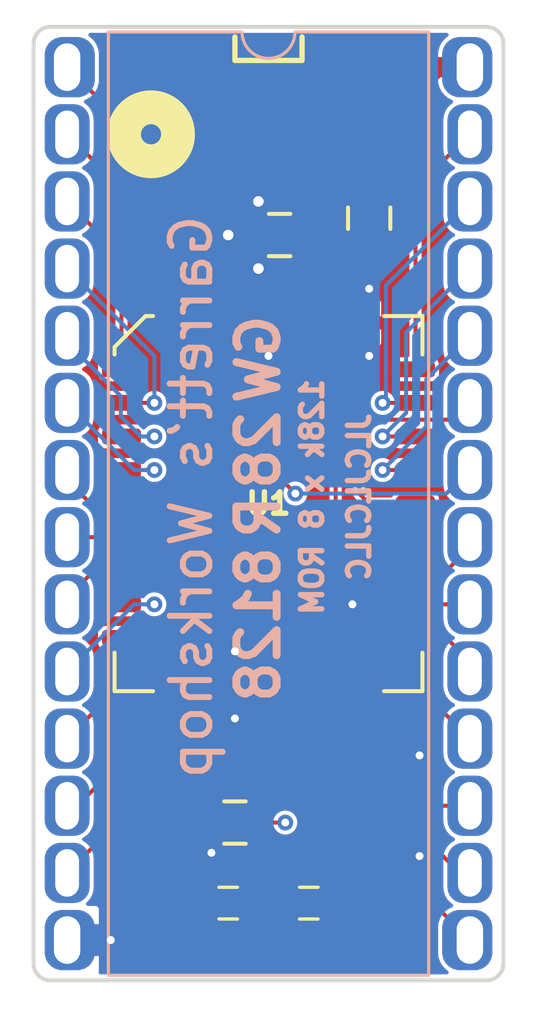
<source format=kicad_pcb>
(kicad_pcb (version 20211014) (generator pcbnew)
  (layers (0 "F.Cu" signal) (31 "B.Cu" signal) (34 "B.Paste" user) (35 "F.Paste" user) (36 "B.SilkS" user "B.Silkscreen") (37 "F.SilkS" user "F.Silkscreen") (38 "B.Mask" user) (39 "F.Mask" user) (44 "Edge.Cuts" user))
  (net 0 "")
  (net 1 "+5V")
  (net 2 "GND")
  (net 3 "/A4")
  (net 4 "/D7")
  (net 5 "/D6")
  (net 6 "/A8")
  (net 7 "/A7")
  (net 8 "/A6")
  (net 9 "/A5")
  (net 10 "/A3")
  (net 11 "/A2")
  (net 12 "/A1")
  (net 13 "/A0")
  (net 14 "/A9")
  (net 15 "/D1")
  (net 16 "/D5")
  (net 17 "/D0")
  (net 18 "/D2")
  (net 19 "/D3")
  (net 20 "/D4")
  (net 21 "/A10")
  (net 22 "/A11")
  (net 23 "/A12")
  (net 24 "/A13")
  (net 25 "/A14")
  (net 26 "/A15")
  (net 27 "/~{OE}")
  (net 28 "/A16")
  (net 29 "/~{CS}")
  (net 30 "/~{WE}")
  (footprint "stdpads:PLCC-32" (layer "F.Cu") (at 48.26 36.83)
    (fp_text reference "U1" (at 0 0) (layer "F.SilkS") (effects (font (size 0.8128 0.8128) (thickness 0.2032))))
    (fp_text value "39SF010")
    (fp_line (start -4.652782 -7.095) (end -5.825 -5.922782) (layer "F.SilkS") (width 0.1524))
    (fp_line (start -5.825 7.095) (end -5.825 5.64) (layer "F.SilkS") (width 0.1524))
    (fp_line (start 4.37 -7.095) (end 5.825 -7.095) (layer "F.SilkS") (width 0.1524))
    (fp_line (start -4.37 -7.095) (end -4.652782 -7.095) (layer "F.SilkS") (width 0.1524))
    (fp_line (start -5.825 -5.922782) (end -5.825 -5.64) (layer "F.SilkS") (width 0.1524))
    (fp_line (start -4.37 7.095) (end -5.825 7.095) (layer "F.SilkS") (width 0.1524))
    (fp_line (start 4.37 7.095) (end 5.825 7.095) (layer "F.SilkS") (width 0.1524))
    (fp_line (start 5.825 -7.095) (end 5.825 -5.64) (layer "F.SilkS") (width 0.1524))
    (fp_line (start 5.825 7.095) (end 5.825 5.64) (layer "F.SilkS") (width 0.1524))
    (pad "1" smd roundrect locked (at 0 -6.8375) (size 0.6 1.475) (layers "F.Cu" "F.Paste" "F.Mask") (net 2 "GND"))
    (pad "2" smd roundrect locked (at -1.27 -6.8375) (size 0.6 1.475) (layers "F.Cu" "F.Paste" "F.Mask") (net 28 "/A16"))
    (pad "3" smd roundrect locked (at -2.54 -6.8375) (size 0.6 1.475) (layers "F.Cu" "F.Paste" "F.Mask") (net 26 "/A15"))
    (pad "4" smd roundrect locked (at -3.81 -6.8375) (size 0.6 1.475) (layers "F.Cu" "F.Paste" "F.Mask") (net 23 "/A12"))
    (pad "5" smd roundrect locked (at -5.5625 -5.08) (size 1.475 0.6) (layers "F.Cu" "F.Paste" "F.Mask") (net 7 "/A7"))
    (pad "6" smd roundrect locked (at -5.5625 -3.81) (size 1.475 0.6) (layers "F.Cu" "F.Paste" "F.Mask") (net 8 "/A6"))
    (pad "7" smd roundrect locked (at -5.5625 -2.54) (size 1.475 0.6) (layers "F.Cu" "F.Paste" "F.Mask") (net 9 "/A5"))
    (pad "8" smd roundrect locked (at -5.5625 -1.27) (size 1.475 0.6) (layers "F.Cu" "F.Paste" "F.Mask") (net 3 "/A4"))
    (pad "9" smd roundrect locked (at -5.5625 0) (size 1.475 0.6) (layers "F.Cu" "F.Paste" "F.Mask") (net 10 "/A3"))
    (pad "10" smd roundrect locked (at -5.5625 1.27) (size 1.475 0.6) (layers "F.Cu" "F.Paste" "F.Mask") (net 11 "/A2"))
    (pad "11" smd roundrect locked (at -5.5625 2.54) (size 1.475 0.6) (layers "F.Cu" "F.Paste" "F.Mask") (net 12 "/A1"))
    (pad "12" smd roundrect locked (at -5.5625 3.81) (size 1.475 0.6) (layers "F.Cu" "F.Paste" "F.Mask") (net 13 "/A0"))
    (pad "13" smd roundrect locked (at -5.5625 5.08) (size 1.475 0.6) (layers "F.Cu" "F.Paste" "F.Mask") (net 17 "/D0"))
    (pad "14" smd roundrect locked (at -3.81 6.8375) (size 0.6 1.475) (layers "F.Cu" "F.Paste" "F.Mask") (net 15 "/D1"))
    (pad "15" smd roundrect locked (at -2.54 6.8375) (size 0.6 1.475) (layers "F.Cu" "F.Paste" "F.Mask") (net 18 "/D2"))
    (pad "16" smd roundrect locked (at -1.27 6.8375) (size 0.6 1.475) (layers "F.Cu" "F.Paste" "F.Mask") (net 2 "GND"))
    (pad "17" smd roundrect locked (at 0 6.8375) (size 0.6 1.475) (layers "F.Cu" "F.Paste" "F.Mask") (net 19 "/D3"))
    (pad "18" smd roundrect locked (at 1.27 6.8375) (size 0.6 1.475) (layers "F.Cu" "F.Paste" "F.Mask") (net 20 "/D4"))
    (pad "19" smd roundrect locked (at 2.54 6.8375) (size 0.6 1.475) (layers "F.Cu" "F.Paste" "F.Mask") (net 16 "/D5"))
    (pad "20" smd roundrect locked (at 3.81 6.8375) (size 0.6 1.475) (layers "F.Cu" "F.Paste" "F.Mask") (net 5 "/D6"))
    (pad "21" smd roundrect locked (at 5.5625 5.08) (size 1.475 0.6) (layers "F.Cu" "F.Paste" "F.Mask") (net 4 "/D7"))
    (pad "22" smd roundrect locked (at 5.5625 3.81) (size 1.475 0.6) (layers "F.Cu" "F.Paste" "F.Mask") (net 29 "/~{CS}"))
    (pad "23" smd roundrect locked (at 5.5625 2.54) (size 1.475 0.6) (layers "F.Cu" "F.Paste" "F.Mask") (net 21 "/A10"))
    (pad "24" smd roundrect locked (at 5.5625 1.27) (size 1.475 0.6) (layers "F.Cu" "F.Paste" "F.Mask") (net 27 "/~{OE}"))
    (pad "25" smd roundrect locked (at 5.5625 0) (size 1.475 0.6) (layers "F.Cu" "F.Paste" "F.Mask") (net 22 "/A11"))
    (pad "26" smd roundrect locked (at 5.5625 -1.27) (size 1.475 0.6) (layers "F.Cu" "F.Paste" "F.Mask") (net 14 "/A9"))
    (pad "27" smd roundrect locked (at 5.5625 -2.54) (size 1.475 0.6) (layers "F.Cu" "F.Paste" "F.Mask") (net 6 "/A8"))
    (pad "28" smd roundrect locked (at 5.5625 -3.81) (size 1.475 0.6) (layers "F.Cu" "F.Paste" "F.Mask") (net 24 "/A13"))
    (pad "29" smd roundrect locked (at 5.5625 -5.08) (size 1.475 0.6) (layers "F.Cu" "F.Paste" "F.Mask") (net 25 "/A14"))
    (pad "30" smd roundrect locked (at 3.81 -6.8375) (size 0.6 1.475) (layers "F.Cu" "F.Paste" "F.Mask") (net 2 "GND"))
    (pad "31" smd roundrect locked (at 2.54 -6.8375) (size 0.6 1.475) (layers "F.Cu" "F.Paste" "F.Mask") (net 30 "/~{WE}"))
    (pad "32" smd roundrect locked (at 1.27 -6.8375) (size 0.6 1.475) (layers "F.Cu" "F.Paste" "F.Mask") (net 1 "+5V"))
  )
  (footprint "stdpads:C_0805" (layer "F.Cu") (at 48.68 26.67 180)
    (fp_text reference "C1")
    (fp_text value "100n")
    (fp_line (start -0.4064 0.8) (end 0.4064 0.8) (layer "F.SilkS") (width 0.1524))
    (fp_line (start -0.4064 -0.8) (end 0.4064 -0.8) (layer "F.SilkS") (width 0.1524))
    (pad "1" smd roundrect locked (at -0.85 0 180) (size 1.05 1.4) (layers "F.Cu" "F.Paste" "F.Mask") (net 1 "+5V"))
    (pad "2" smd roundrect locked (at 0.85 0 180) (size 1.05 1.4) (layers "F.Cu" "F.Paste" "F.Mask") (net 2 "GND"))
  )
  (footprint "stdpads:R_0805" (layer "F.Cu") (at 46.99 48.895 180)
    (fp_text reference "R1")
    (fp_text value "22k")
    (fp_line (start -0.4064 -0.8) (end 0.4064 -0.8) (layer "F.SilkS") (width 0.1524))
    (fp_line (start -0.4064 0.8) (end 0.4064 0.8) (layer "F.SilkS") (width 0.1524))
    (pad "1" smd roundrect locked (at -0.95 0 180) (size 0.85 1.4) (layers "F.Cu" "F.Paste" "F.Mask") (net 27 "/~{OE}"))
    (pad "2" smd roundrect locked (at 0.95 0 180) (size 0.85 1.4) (layers "F.Cu" "F.Paste" "F.Mask") (net 2 "GND"))
  )
  (footprint "stdpads:R_0805" (layer "F.Cu") (at 52.07 26.035 -90)
    (fp_text reference "R2")
    (fp_text value "22k")
    (fp_line (start -0.4064 0.8) (end 0.4064 0.8) (layer "F.SilkS") (width 0.1524))
    (fp_line (start -0.4064 -0.8) (end 0.4064 -0.8) (layer "F.SilkS") (width 0.1524))
    (pad "1" smd roundrect locked (at -0.95 0 270) (size 0.85 1.4) (layers "F.Cu" "F.Paste" "F.Mask") (net 1 "+5V"))
    (pad "2" smd roundrect locked (at 0.95 0 270) (size 0.85 1.4) (layers "F.Cu" "F.Paste" "F.Mask") (net 30 "/~{WE}"))
  )
  (footprint "stdpads:DIP-28_W15.24mm_Socket_Inverse_Forked" (layer "F.Cu") (at 40.64 20.32)
    (fp_text reference "J1" hide)
    (fp_text value "Socket")
    (fp_line (start 13.68 -1.33) (end 8.62 -1.33) (layer "B.SilkS") (width 0.12))
    (fp_line (start 1.56 34.35) (end 13.68 34.35) (layer "B.SilkS") (width 0.12))
    (fp_line (start 1.56 -1.33) (end 1.56 34.35) (layer "B.SilkS") (width 0.12))
    (fp_line (start 13.68 34.35) (end 13.68 -1.33) (layer "B.SilkS") (width 0.12))
    (fp_line (start 6.62 -1.33) (end 1.56 -1.33) (layer "B.SilkS") (width 0.12))
    (fp_arc (start 8.62 -1.33) (mid 7.62 -0.33) (end 6.62 -1.33) (layer "B.SilkS") (width 0.12))
    (pad "1" thru_hole roundrect locked (at 0 0) (size 1.9 2.28) (drill oval 1 1.8 (offset 0.1 0)) (layers *.Cu *.Mask) (roundrect_rratio 0.35) (net 26 "/A15"))
    (pad "2" thru_hole roundrect locked (at 0 2.54) (size 1.7 2.28) (drill oval 0.9 1.8) (layers *.Cu *.Mask) (roundrect_rratio 0.35) (net 23 "/A12"))
    (pad "3" thru_hole roundrect locked (at 0 5.08) (size 1.7 2.28) (drill oval 0.9 1.8) (layers *.Cu *.Mask) (roundrect_rratio 0.35) (net 7 "/A7"))
    (pad "4" thru_hole roundrect locked (at 0 7.62) (size 1.7 2.28) (drill oval 0.9 1.8) (layers *.Cu *.Mask) (roundrect_rratio 0.35) (net 8 "/A6"))
    (pad "5" thru_hole roundrect locked (at 0 10.16) (size 1.7 2.28) (drill oval 0.9 1.8) (layers *.Cu *.Mask) (roundrect_rratio 0.35) (net 9 "/A5"))
    (pad "6" thru_hole roundrect locked (at 0 12.7) (size 1.7 2.28) (drill oval 0.9 1.8) (layers *.Cu *.Mask) (roundrect_rratio 0.35) (net 3 "/A4"))
    (pad "7" thru_hole roundrect locked (at 0 15.24) (size 1.7 2.28) (drill oval 0.9 1.8) (layers *.Cu *.Mask) (roundrect_rratio 0.35) (net 10 "/A3"))
    (pad "8" thru_hole roundrect locked (at 0 17.78) (size 1.7 2.28) (drill oval 0.9 1.8) (layers *.Cu *.Mask) (roundrect_rratio 0.35) (net 11 "/A2"))
    (pad "9" thru_hole roundrect locked (at 0 20.32) (size 1.7 2.28) (drill oval 0.9 1.8) (layers *.Cu *.Mask) (roundrect_rratio 0.35) (net 12 "/A1"))
    (pad "10" thru_hole roundrect locked (at 0 22.86) (size 1.7 2.28) (drill oval 0.9 1.8) (layers *.Cu *.Mask) (roundrect_rratio 0.35) (net 13 "/A0"))
    (pad "11" thru_hole roundrect locked (at 0 25.4) (size 1.7 2.28) (drill oval 0.9 1.8) (layers *.Cu *.Mask) (roundrect_rratio 0.35) (net 17 "/D0"))
    (pad "12" thru_hole roundrect locked (at 0 27.94) (size 1.7 2.28) (drill oval 0.9 1.8) (layers *.Cu *.Mask) (roundrect_rratio 0.35) (net 15 "/D1"))
    (pad "13" thru_hole roundrect locked (at 0 30.48) (size 1.7 2.28) (drill oval 0.9 1.8) (layers *.Cu *.Mask) (roundrect_rratio 0.35) (net 18 "/D2"))
    (pad "14" thru_hole roundrect locked (at 0 33.02) (size 1.9 2.28) (drill oval 1 1.8 (offset 0.1 0)) (layers *.Cu *.Mask) (roundrect_rratio 0.35) (net 2 "GND"))
    (pad "15" thru_hole roundrect locked (at 15.24 33.02) (size 1.9 2.28) (drill oval 1 1.8 (offset -0.1 0)) (layers *.Cu *.Mask) (roundrect_rratio 0.35) (net 19 "/D3"))
    (pad "16" thru_hole roundrect locked (at 15.24 30.48) (size 1.7 2.28) (drill oval 0.9 1.8) (layers *.Cu *.Mask) (roundrect_rratio 0.35) (net 20 "/D4"))
    (pad "17" thru_hole roundrect locked (at 15.24 27.94) (size 1.7 2.28) (drill oval 0.9 1.8) (layers *.Cu *.Mask) (roundrect_rratio 0.35) (net 16 "/D5"))
    (pad "18" thru_hole roundrect locked (at 15.24 25.4) (size 1.7 2.28) (drill oval 0.9 1.8) (layers *.Cu *.Mask) (roundrect_rratio 0.35) (net 5 "/D6"))
    (pad "19" thru_hole roundrect locked (at 15.24 22.86) (size 1.7 2.28) (drill oval 0.9 1.8) (layers *.Cu *.Mask) (roundrect_rratio 0.35) (net 4 "/D7"))
    (pad "20" thru_hole roundrect locked (at 15.24 20.32) (size 1.7 2.28) (drill oval 0.9 1.8) (layers *.Cu *.Mask) (roundrect_rratio 0.35) (net 29 "/~{CS}"))
    (pad "21" thru_hole roundrect locked (at 15.24 17.78) (size 1.7 2.28) (drill oval 0.9 1.8) (layers *.Cu *.Mask) (roundrect_rratio 0.35) (net 21 "/A10"))
    (pad "22" thru_hole roundrect locked (at 15.24 15.24) (size 1.7 2.28) (drill oval 0.9 1.8) (layers *.Cu *.Mask) (roundrect_rratio 0.35) (net 28 "/A16"))
    (pad "23" thru_hole roundrect locked (at 15.24 12.7) (size 1.7 2.28) (drill oval 0.9 1.8) (layers *.Cu *.Mask) (roundrect_rratio 0.35) (net 22 "/A11"))
    (pad "24" thru_hole roundrect locked (at 15.24 10.16) (size 1.7 2.28) (drill oval 0.9 1.8) (layers *.Cu *.Mask) (roundrect_rratio 0.35) (net 14 "/A9"))
    (pad "25" thru_hole roundrect locked (at 15.24 7.62) (size 1.7 2.28) (drill oval 0.9 1.8) (layers *.Cu *.Mask) (roundrect_rratio 0.35) (net 6 "/A8"))
    (pad "26" thru_hole roundrect locked (at 15.24 5.08) (size 1.7 2.28) (drill oval 0.9 1.8) (layers *.Cu *.Mask) (roundrect_rratio 0.35) (net 24 "/A13"))
    (pad "27" thru_hole roundrect locked (at 15.24 2.54) (size 1.7 2.28) (drill oval 0.9 1.8) (layers *.Cu *.Mask) (roundrect_rratio 0.35) (net 25 "/A14"))
    (pad "28" thru_hole roundrect locked (at 15.24 0) (size 1.9 2.28) (drill oval 1 1.8 (offset -0.1 0)) (layers *.Cu *.Mask) (roundrect_rratio 0.35) (net 1 "+5V"))
  )
  (footprint "stdpads:Tyco_RCU_0603_Paste" (layer "F.Cu") (at 49.784 51.943)
    (fp_text reference "TP1")
    (fp_text value "~{OE}")
    (fp_line (start 0.35 0.6) (end -0.35 0.6) (layer "F.SilkS") (width 0.127))
    (fp_line (start -0.35 -0.6) (end 0.35 -0.6) (layer "F.SilkS") (width 0.127))
    (pad "1" smd rect locked (at 0 0) (size 1.7 0.9) (layers "F.Cu" "F.Paste" "F.Mask") (net 27 "/~{OE}"))
  )
  (footprint "stdpads:Tyco_RCU_0603_Paste" (layer "F.Cu") (at 46.736 51.943)
    (fp_text reference "TP2")
    (fp_text value "~{WE}")
    (fp_line (start 0.35 0.6) (end -0.35 0.6) (layer "F.SilkS") (width 0.127))
    (fp_line (start -0.35 -0.6) (end 0.35 -0.6) (layer "F.SilkS") (width 0.127))
    (pad "1" smd rect locked (at 0 0) (size 1.7 0.9) (layers "F.Cu" "F.Paste" "F.Mask") (net 30 "/~{WE}"))
  )
  (gr_line (start 46.99 20.066) (end 49.53 20.066) (layer "F.SilkS") (width 0.2))
  (gr_line (start 49.53 20.066) (end 49.53 19.177) (layer "F.SilkS") (width 0.2))
  (gr_line (start 46.99 19.177) (end 46.99 20.066) (layer "F.SilkS") (width 0.2))
  (gr_circle (center 43.815 22.86) (end 44.196 22.86) (layer "F.SilkS") (width 1.28) (fill none))
  (gr_arc (start 39.37 19.431) (mid 39.555987 18.981987) (end 40.005 18.796) (layer "Edge.Cuts") (width 0.15))
  (gr_line (start 39.37 54.229) (end 39.37 19.431) (layer "Edge.Cuts") (width 0.15))
  (gr_arc (start 56.515 18.796) (mid 56.964013 18.981987) (end 57.15 19.431) (layer "Edge.Cuts") (width 0.15))
  (gr_arc (start 57.15 54.229) (mid 56.964013 54.678013) (end 56.515 54.864) (layer "Edge.Cuts") (width 0.15))
  (gr_arc (start 40.005 54.864) (mid 39.555987 54.678013) (end 39.37 54.229) (layer "Edge.Cuts") (width 0.15))
  (gr_line (start 56.515 54.864) (end 40.005 54.864) (layer "Edge.Cuts") (width 0.15))
  (gr_line (start 40.005 18.796) (end 56.515 18.796) (layer "Edge.Cuts") (width 0.15))
  (gr_line (start 57.15 19.431) (end 57.15 54.229) (layer "Edge.Cuts") (width 0.15))
  (gr_text "Garrett’s Workshop" (at 45.339 36.576 90) (layer "B.SilkS") (effects (font (size 1.5 1.5) (thickness 0.225)) (justify mirror)))
  (gr_text "GW" (at 47.879 31.369 90) (layer "B.SilkS") (effects (font (size 1.524 1.524) (thickness 0.3)) (justify mirror)))
  (gr_text "28" (at 47.879 34.798 90) (layer "B.SilkS") (effects (font (size 1.524 1.524) (thickness 0.3)) (justify mirror)))
  (gr_text "R" (at 47.879 37.338 90) (layer "B.SilkS") (effects (font (size 1.524 1.524) (thickness 0.3)) (justify mirror)))
  (gr_text "8128" (at 47.879 41.402 90) (layer "B.SilkS") (effects (font (size 1.524 1.524) (thickness 0.3)) (justify mirror)))
  (gr_text "128k x 8 ROM" (at 49.911 36.576 90) (layer "B.SilkS") (effects (font (size 0.8128 0.8128) (thickness 0.2032)) (justify mirror)))
  (gr_text "JLCJLCJLC" (at 51.689 36.576 90) (layer "B.SilkS") (effects (font (size 0.8128 0.8128) (thickness 0.2032)) (justify mirror)))
  (segment (start 51.7525 23.6855) (end 52.07 24.003) (width 0.762) (layer "F.Cu") (net 1))
  (segment (start 51.2445 23.6855) (end 52.07 22.86) (width 0.762) (layer "F.Cu") (net 1))
  (segment (start 49.53 29.9925) (end 49.53 26.67) (width 0.508) (layer "F.Cu") (net 1))
  (segment (start 52.07 25.085) (end 52.07 24.003) (width 0.762) (layer "F.Cu") (net 1))
  (segment (start 54.61 20.32) (end 52.07 22.86) (width 0.762) (layer "F.Cu") (net 1))
  (segment (start 54.61 20.32) (end 55.88 20.32) (width 0.762) (layer "F.Cu") (net 1))
  (segment (start 49.53 26.67) (end 49.53 25.4) (width 0.762) (layer "F.Cu") (net 1))
  (segment (start 49.53 25.4) (end 51.2445 23.6855) (width 0.762) (layer "F.Cu") (net 1))
  (segment (start 52.07 23.495) (end 52.07 22.86) (width 0.762) (layer "F.Cu") (net 1))
  (segment (start 52.07 24.003) (end 52.07 23.495) (width 0.762) (layer "F.Cu") (net 1))
  (segment (start 51.2445 23.6855) (end 51.7525 23.6855) (width 0.762) (layer "F.Cu") (net 1))
  (segment (start 46.04 48.895) (end 46.04 49.977) (width 0.1524) (layer "F.Cu") (net 2))
  (segment (start 46.99 43.6675) (end 46.99 42.418) (width 0.508) (layer "F.Cu") (net 2))
  (segment (start 46.04 49.977) (end 46.101 50.038) (width 0.1524) (layer "F.Cu") (net 2))
  (segment (start 47.83 25.449) (end 47.879 25.4) (width 0.762) (layer "F.Cu") (net 2))
  (segment (start 48.26 29.9925) (end 48.26 31.242) (width 0.508) (layer "F.Cu") (net 2))
  (segment (start 52.07 29.9925) (end 52.07 28.702) (width 0.508) (layer "F.Cu") (net 2))
  (segment (start 47.83 27.891) (end 47.879 27.94) (width 0.762) (layer "F.Cu") (net 2))
  (segment (start 47.83 26.67) (end 47.83 27.891) (width 0.762) (layer "F.Cu") (net 2))
  (segment (start 46.99 43.6675) (end 46.99 44.958) (width 0.508) (layer "F.Cu") (net 2))
  (segment (start 47.83 26.67) (end 47.83 25.449) (width 0.762) (layer "F.Cu") (net 2))
  (segment (start 52.07 29.9925) (end 52.07 31.242) (width 0.508) (layer "F.Cu") (net 2))
  (segment (start 47.83 26.67) (end 46.736 26.67) (width 0.762) (layer "F.Cu") (net 2))
  (via (at 53.975 50.165) (size 0.6) (drill 0.3) (layers "F.Cu" "B.Cu") (net 2))
  (via (at 53.975 46.355) (size 0.6) (drill 0.3) (layers "F.Cu" "B.Cu") (net 2))
  (via (at 51.435 40.64) (size 0.6) (drill 0.3) (layers "F.Cu" "B.Cu") (net 2))
  (via (at 42.291 53.34) (size 0.6) (drill 0.3) (layers "F.Cu" "B.Cu") (net 2))
  (via (at 46.99 44.958) (size 0.6) (drill 0.3) (layers "F.Cu" "B.Cu") (net 2))
  (via (at 52.07 31.242) (size 0.6) (drill 0.3) (layers "F.Cu" "B.Cu") (net 2))
  (via (at 47.879 25.4) (size 0.8) (drill 0.4) (layers "F.Cu" "B.Cu") (net 2))
  (via (at 46.101 50.038) (size 0.6) (drill 0.3) (layers "F.Cu" "B.Cu") (net 2))
  (via (at 46.736 26.67) (size 0.8) (drill 0.4) (layers "F.Cu" "B.Cu") (net 2))
  (via (at 48.26 31.242) (size 0.6) (drill 0.3) (layers "F.Cu" "B.Cu") (net 2))
  (via (at 46.99 42.418) (size 0.6) (drill 0.3) (layers "F.Cu" "B.Cu") (net 2))
  (via (at 52.07 28.702) (size 0.6) (drill 0.3) (layers "F.Cu" "B.Cu") (net 2))
  (via (at 47.879 27.94) (size 0.8) (drill 0.4) (layers "F.Cu" "B.Cu") (net 2))
  (segment (start 42.6975 35.56) (end 43.942 35.56) (width 0.1524) (layer "F.Cu") (net 3))
  (via (at 43.942 35.56) (size 0.6) (drill 0.3) (layers "F.Cu" "B.Cu") (net 3))
  (segment (start 43.18 35.56) (end 43.942 35.56) (width 0.1524) (layer "B.Cu") (net 3))
  (segment (start 40.64 33.02) (end 43.18 35.56) (width 0.1524) (layer "B.Cu") (net 3))
  (segment (start 54.991 41.91) (end 55.88 42.799) (width 0.1524) (layer "F.Cu") (net 4))
  (segment (start 55.88 42.799) (end 55.88 43.18) (width 0.1524) (layer "F.Cu") (net 4))
  (segment (start 53.8225 41.91) (end 54.991 41.91) (width 0.1524) (layer "F.Cu") (net 4))
  (segment (start 52.07 43.6675) (end 53.8275 43.6675) (width 0.1524) (layer "F.Cu") (net 5))
  (segment (start 53.8275 43.6675) (end 55.88 45.72) (width 0.1524) (layer "F.Cu") (net 5))
  (segment (start 53.8225 34.29) (end 52.578 34.29) (width 0.1524) (layer "F.Cu") (net 6))
  (via (at 52.578 34.29) (size 0.6) (drill 0.3) (layers "F.Cu" "B.Cu") (net 6))
  (segment (start 53.467 33.401) (end 53.467 30.353) (width 0.1524) (layer "B.Cu") (net 6))
  (segment (start 52.578 34.29) (end 53.467 33.401) (width 0.1524) (layer "B.Cu") (net 6))
  (segment (start 53.467 30.353) (end 55.88 27.94) (width 0.1524) (layer "B.Cu") (net 6))
  (segment (start 42.6975 31.75) (end 42.6975 27.4575) (width 0.1524) (layer "F.Cu") (net 7))
  (segment (start 42.6975 27.4575) (end 40.64 25.4) (width 0.1524) (layer "F.Cu") (net 7))
  (segment (start 42.6975 33.02) (end 43.942 33.02) (width 0.1524) (layer "F.Cu") (net 8))
  (via (at 43.942 33.02) (size 0.6) (drill 0.3) (layers "F.Cu" "B.Cu") (net 8))
  (segment (start 43.942 31.242) (end 43.942 33.02) (width 0.1524) (layer "B.Cu") (net 8))
  (segment (start 40.64 27.94) (end 43.942 31.242) (width 0.1524) (layer "B.Cu") (net 8))
  (segment (start 42.6975 34.29) (end 43.942 34.29) (width 0.1524) (layer "F.Cu") (net 9))
  (via (at 43.942 34.29) (size 0.6) (drill 0.3) (layers "F.Cu" "B.Cu") (net 9))
  (segment (start 42.672 32.766) (end 42.672 33.528) (width 0.1524) (layer "B.Cu") (net 9))
  (segment (start 42.672 33.528) (end 43.434 34.29) (width 0.1524) (layer "B.Cu") (net 9))
  (segment (start 43.434 34.29) (end 43.942 34.29) (width 0.1524) (layer "B.Cu") (net 9))
  (segment (start 40.64 30.48) (end 40.64 30.734) (width 0.1524) (layer "B.Cu") (net 9))
  (segment (start 40.64 30.734) (end 42.672 32.766) (width 0.1524) (layer "B.Cu") (net 9))
  (segment (start 42.6975 36.83) (end 41.529 36.83) (width 0.1524) (layer "F.Cu") (net 10))
  (segment (start 40.64 35.941) (end 40.64 35.56) (width 0.1524) (layer "F.Cu") (net 10))
  (segment (start 41.529 36.83) (end 40.64 35.941) (width 0.1524) (layer "F.Cu") (net 10))
  (segment (start 40.64 38.1) (end 42.6975 38.1) (width 0.1524) (layer "F.Cu") (net 11))
  (segment (start 42.6975 39.37) (end 41.656 39.37) (width 0.1524) (layer "F.Cu") (net 12))
  (segment (start 41.656 39.37) (end 40.64 40.386) (width 0.1524) (layer "F.Cu") (net 12))
  (segment (start 40.64 40.386) (end 40.64 40.64) (width 0.1524) (layer "F.Cu") (net 12))
  (segment (start 42.6975 40.64) (end 43.942 40.64) (width 0.1524) (layer "F.Cu") (net 13))
  (via (at 43.942 40.64) (size 0.6) (drill 0.3) (layers "F.Cu" "B.Cu") (net 13))
  (segment (start 43.942 40.64) (end 43.18 40.64) (width 0.1524) (layer "B.Cu") (net 13))
  (segment (start 43.18 40.64) (end 40.64 43.18) (width 0.1524) (layer "B.Cu") (net 13))
  (segment (start 53.8225 35.56) (end 52.578 35.56) (width 0.1524) (layer "F.Cu") (net 14))
  (via (at 52.578 35.56) (size 0.6) (drill 0.3) (layers "F.Cu" "B.Cu") (net 14))
  (segment (start 52.578 35.56) (end 54.229 33.909) (width 0.1524) (layer "B.Cu") (net 14))
  (segment (start 54.229 33.909) (end 54.229 32.131) (width 0.1524) (layer "B.Cu") (net 14))
  (segment (start 54.229 32.131) (end 55.88 30.48) (width 0.1524) (layer "B.Cu") (net 14))
  (segment (start 41.021 48.26) (end 44.45 44.831) (width 0.1524) (layer "F.Cu") (net 15))
  (segment (start 44.45 44.831) (end 44.45 43.6675) (width 0.1524) (layer "F.Cu") (net 15))
  (segment (start 40.64 48.26) (end 41.021 48.26) (width 0.1524) (layer "F.Cu") (net 15))
  (segment (start 50.8 44.831) (end 54.229 48.26) (width 0.1524) (layer "F.Cu") (net 16))
  (segment (start 50.8 43.6675) (end 50.8 44.831) (width 0.1524) (layer "F.Cu") (net 16))
  (segment (start 54.229 48.26) (end 55.88 48.26) (width 0.1524) (layer "F.Cu") (net 16))
  (segment (start 42.6975 43.6625) (end 40.64 45.72) (width 0.1524) (layer "F.Cu") (net 17))
  (segment (start 42.6975 41.91) (end 42.6975 43.6625) (width 0.1524) (layer "F.Cu") (net 17))
  (segment (start 45.72 45.72) (end 45.72 43.6675) (width 0.1524) (layer "F.Cu") (net 18))
  (segment (start 40.64 50.8) (end 45.72 45.72) (width 0.1524) (layer "F.Cu") (net 18))
  (segment (start 48.26 45.72) (end 55.88 53.34) (width 0.1524) (layer "F.Cu") (net 19))
  (segment (start 48.26 43.6675) (end 48.26 45.72) (width 0.1524) (layer "F.Cu") (net 19))
  (segment (start 49.53 44.831) (end 55.499 50.8) (width 0.1524) (layer "F.Cu") (net 20))
  (segment (start 49.53 43.6675) (end 49.53 44.831) (width 0.1524) (layer "F.Cu") (net 20))
  (segment (start 55.499 50.8) (end 55.88 50.8) (width 0.1524) (layer "F.Cu") (net 20))
  (segment (start 54.991 39.37) (end 55.88 38.481) (width 0.1524) (layer "F.Cu") (net 21))
  (segment (start 53.8225 39.37) (end 54.991 39.37) (width 0.1524) (layer "F.Cu") (net 21))
  (segment (start 55.88 38.481) (end 55.88 38.1) (width 0.1524) (layer "F.Cu") (net 21))
  (segment (start 55.245 33.655) (end 52.07 33.655) (width 0.1524) (layer "F.Cu") (net 22))
  (segment (start 52.07 36.83) (end 53.8225 36.83) (width 0.1524) (layer "F.Cu") (net 22))
  (segment (start 51.689 34.036) (end 51.689 36.449) (width 0.1524) (layer "F.Cu") (net 22))
  (segment (start 55.88 33.02) (end 55.245 33.655) (width 0.1524) (layer "F.Cu") (net 22))
  (segment (start 52.07 33.655) (end 51.689 34.036) (width 0.1524) (layer "F.Cu") (net 22))
  (segment (start 51.689 36.449) (end 52.07 36.83) (width 0.1524) (layer "F.Cu") (net 22))
  (segment (start 44.45 29.9925) (end 44.45 26.67) (width 0.1524) (layer "F.Cu") (net 23))
  (segment (start 44.45 26.67) (end 40.64 22.86) (width 0.1524) (layer "F.Cu") (net 23))
  (segment (start 53.8225 33.02) (end 52.578 33.02) (width 0.1524) (layer "F.Cu") (net 24))
  (via (at 52.578 33.02) (size 0.6) (drill 0.3) (layers "F.Cu" "B.Cu") (net 24))
  (segment (start 52.705 32.893) (end 52.705 28.575) (width 0.1524) (layer "B.Cu") (net 24))
  (segment (start 52.578 33.02) (end 52.705 32.893) (width 0.1524) (layer "B.Cu") (net 24))
  (segment (start 52.705 28.575) (end 55.88 25.4) (width 0.1524) (layer "B.Cu") (net 24))
  (segment (start 53.8225 24.9175) (end 55.88 22.86) (width 0.1524) (layer "F.Cu") (net 25))
  (segment (start 53.8225 31.75) (end 53.8225 24.9175) (width 0.1524) (layer "F.Cu") (net 25))
  (segment (start 45.72 29.9925) (end 45.72 25.4) (width 0.1524) (layer "F.Cu") (net 26))
  (segment (start 45.72 25.4) (end 40.64 20.32) (width 0.1524) (layer "F.Cu") (net 26))
  (segment (start 49.784 51.943) (end 49.784 51.054) (width 0.1524) (layer "F.Cu") (net 27))
  (segment (start 47.94 47.686) (end 47.625 47.371) (width 0.1524) (layer "F.Cu") (net 27))
  (segment (start 52.07 38.1) (end 53.8225 38.1) (width 0.1524) (layer "F.Cu") (net 27))
  (segment (start 48.387 50.546) (end 47.94 50.099) (width 0.1524) (layer "F.Cu") (net 27))
  (segment (start 47.94 48.895) (end 47.94 47.686) (width 0.1524) (layer "F.Cu") (net 27))
  (segment (start 47.94 48.895) (end 48.895 48.895) (width 0.1524) (layer "F.Cu") (net 27))
  (segment (start 49.276 50.546) (end 48.387 50.546) (width 0.1524) (layer "F.Cu") (net 27))
  (segment (start 49.784 51.054) (end 49.276 50.546) (width 0.1524) (layer "F.Cu") (net 27))
  (segment (start 47.94 50.099) (end 47.94 48.895) (width 0.1524) (layer "F.Cu") (net 27))
  (segment (start 47.625 42.545) (end 52.07 38.1) (width 0.1524) (layer "F.Cu") (net 27))
  (segment (start 47.625 47.371) (end 47.625 42.545) (width 0.1524) (layer "F.Cu") (net 27))
  (via (at 48.895 48.895) (size 0.6) (drill 0.3) (layers "F.Cu" "B.Cu") (net 27))
  (segment (start 46.99 34.163) (end 46.99 29.9925) (width 0.1524) (layer "F.Cu") (net 28))
  (segment (start 49.276 36.449) (end 46.99 34.163) (width 0.1524) (layer "F.Cu") (net 28))
  (via (at 49.276 36.449) (size 0.6) (drill 0.3) (layers "F.Cu" "B.Cu") (net 28))
  (segment (start 49.276 36.449) (end 54.991 36.449) (width 0.1524) (layer "B.Cu") (net 28))
  (segment (start 54.991 36.449) (end 55.88 35.56) (width 0.1524) (layer "B.Cu") (net 28))
  (segment (start 53.8225 40.64) (end 55.88 40.64) (width 0.1524) (layer "F.Cu") (net 29))
  (segment (start 52.07 27.813) (end 51.689 28.194) (width 0.1524) (layer "F.Cu") (net 30))
  (segment (start 46.736 51.943) (end 45.466 51.943) (width 0.1524) (layer "F.Cu") (net 30))
  (segment (start 44.958 47.498) (end 46.355 46.101) (width 0.1524) (layer "F.Cu") (net 30))
  (segment (start 46.355 42.291) (end 50.8 37.846) (width 0.1524) (layer "F.Cu") (net 30))
  (segment (start 50.8 31.115) (end 50.8 29.9925) (width 0.1524) (layer "F.Cu") (net 30))
  (segment (start 51.181 28.194) (end 50.8 28.575) (width 0.1524) (layer "F.Cu") (net 30))
  (segment (start 51.689 28.194) (end 51.181 28.194) (width 0.1524) (layer "F.Cu") (net 30))
  (segment (start 44.958 51.435) (end 44.958 47.498) (width 0.1524) (layer "F.Cu") (net 30))
  (segment (start 50.8 28.575) (end 50.8 29.9925) (width 0.1524) (layer "F.Cu") (net 30))
  (segment (start 46.355 46.101) (end 46.355 42.291) (width 0.1524) (layer "F.Cu") (net 30))
  (segment (start 50.8 37.846) (end 50.8 31.115) (width 0.1524) (layer "F.Cu") (net 30))
  (segment (start 52.07 26.985) (end 52.07 27.813) (width 0.1524) (layer "F.Cu") (net 30))
  (segment (start 45.466 51.943) (end 44.958 51.435) (width 0.1524) (layer "F.Cu") (net 30))
  (zone (net 2) (net_name "GND") (layer "F.Cu") (connect_pads (clearance 0.1524)) (min_thickness 0.1524) (fill yes (thermal_gap 0.1524) (thermal_bridge_width 0.5))
    (polygon (pts (xy 58.42 55.88) (xy 58.42 17.78) (xy 38.1 17.78) (xy 38.1 55.88)))
  )
  (zone (net 2) (net_name "GND") (layer "B.Cu") (connect_pads (clearance 0.1524)) (min_thickness 0.1524) (fill yes (thermal_gap 0.1524) (thermal_bridge_width 0.5))
    (polygon (pts (xy 58.42 55.88) (xy 58.42 17.78) (xy 38.1 17.78) (xy 38.1 55.88)))
  )
)
</source>
